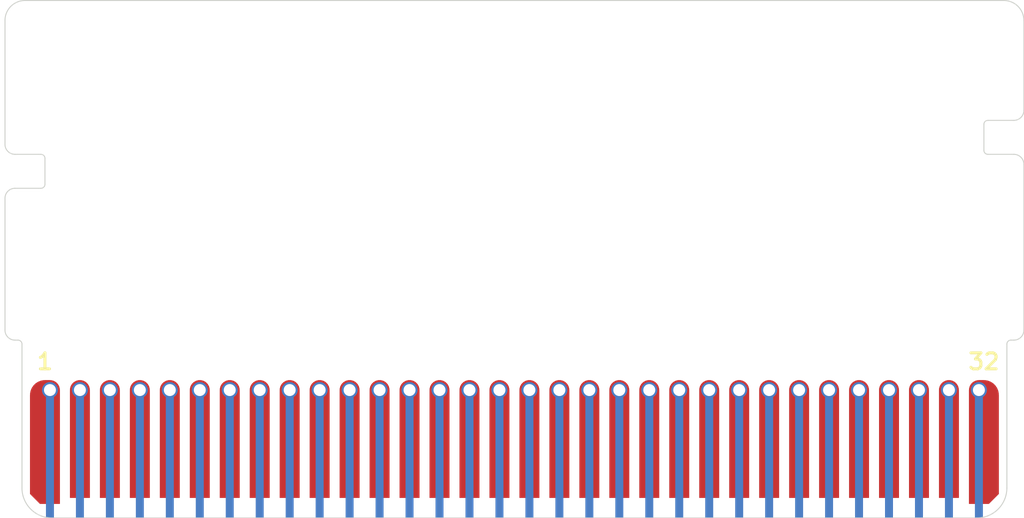
<source format=kicad_pcb>
(kicad_pcb (version 20171130) (host pcbnew "(5.1.6-0-10_14)")

  (general
    (thickness 0.8)
    (drawings 32)
    (tracks 0)
    (zones 0)
    (modules 1)
    (nets 33)
  )

  (page A4)
  (layers
    (0 F.Cu signal)
    (31 B.Cu signal)
    (32 B.Adhes user)
    (33 F.Adhes user)
    (34 B.Paste user)
    (35 F.Paste user)
    (36 B.SilkS user)
    (37 F.SilkS user)
    (38 B.Mask user hide)
    (39 F.Mask user hide)
    (40 Dwgs.User user)
    (41 Cmts.User user)
    (42 Eco1.User user)
    (43 Eco2.User user)
    (44 Edge.Cuts user)
    (45 Margin user)
    (46 B.CrtYd user)
    (47 F.CrtYd user)
    (48 B.Fab user)
    (49 F.Fab user)
  )

  (setup
    (last_trace_width 0.25)
    (trace_clearance 0.2)
    (zone_clearance 0.508)
    (zone_45_only no)
    (trace_min 0.2)
    (via_size 0.8)
    (via_drill 0.4)
    (via_min_size 0.4)
    (via_min_drill 0.3)
    (uvia_size 0.3)
    (uvia_drill 0.1)
    (uvias_allowed no)
    (uvia_min_size 0.2)
    (uvia_min_drill 0.1)
    (edge_width 0.05)
    (segment_width 0.2)
    (pcb_text_width 0.3)
    (pcb_text_size 1.5 1.5)
    (mod_edge_width 0.12)
    (mod_text_size 1 1)
    (mod_text_width 0.15)
    (pad_size 1.524 1.524)
    (pad_drill 0.762)
    (pad_to_mask_clearance 0.05)
    (aux_axis_origin 0 0)
    (visible_elements FFFFFF7F)
    (pcbplotparams
      (layerselection 0x010fc_ffffffff)
      (usegerberextensions false)
      (usegerberattributes true)
      (usegerberadvancedattributes true)
      (creategerberjobfile true)
      (excludeedgelayer true)
      (linewidth 0.100000)
      (plotframeref false)
      (viasonmask false)
      (mode 1)
      (useauxorigin false)
      (hpglpennumber 1)
      (hpglpenspeed 20)
      (hpglpendiameter 15.000000)
      (psnegative false)
      (psa4output false)
      (plotreference true)
      (plotvalue true)
      (plotinvisibletext false)
      (padsonsilk false)
      (subtractmaskfromsilk false)
      (outputformat 1)
      (mirror false)
      (drillshape 1)
      (scaleselection 1)
      (outputdirectory ""))
  )

  (net 0 "")
  (net 1 "Net-(J1-Pad32)")
  (net 2 "Net-(J1-Pad1)")
  (net 3 "Net-(J1-Pad31)")
  (net 4 "Net-(J1-Pad30)")
  (net 5 "Net-(J1-Pad29)")
  (net 6 "Net-(J1-Pad28)")
  (net 7 "Net-(J1-Pad27)")
  (net 8 "Net-(J1-Pad26)")
  (net 9 "Net-(J1-Pad25)")
  (net 10 "Net-(J1-Pad24)")
  (net 11 "Net-(J1-Pad23)")
  (net 12 "Net-(J1-Pad22)")
  (net 13 "Net-(J1-Pad21)")
  (net 14 "Net-(J1-Pad20)")
  (net 15 "Net-(J1-Pad19)")
  (net 16 "Net-(J1-Pad18)")
  (net 17 "Net-(J1-Pad17)")
  (net 18 "Net-(J1-Pad16)")
  (net 19 "Net-(J1-Pad15)")
  (net 20 "Net-(J1-Pad14)")
  (net 21 "Net-(J1-Pad13)")
  (net 22 "Net-(J1-Pad12)")
  (net 23 "Net-(J1-Pad11)")
  (net 24 "Net-(J1-Pad10)")
  (net 25 "Net-(J1-Pad9)")
  (net 26 "Net-(J1-Pad8)")
  (net 27 "Net-(J1-Pad7)")
  (net 28 "Net-(J1-Pad6)")
  (net 29 "Net-(J1-Pad5)")
  (net 30 "Net-(J1-Pad4)")
  (net 31 "Net-(J1-Pad3)")
  (net 32 "Net-(J1-Pad2)")

  (net_class Default "This is the default net class."
    (clearance 0.2)
    (trace_width 0.25)
    (via_dia 0.8)
    (via_drill 0.4)
    (uvia_dia 0.3)
    (uvia_drill 0.1)
    (add_net "Net-(J1-Pad1)")
    (add_net "Net-(J1-Pad10)")
    (add_net "Net-(J1-Pad11)")
    (add_net "Net-(J1-Pad12)")
    (add_net "Net-(J1-Pad13)")
    (add_net "Net-(J1-Pad14)")
    (add_net "Net-(J1-Pad15)")
    (add_net "Net-(J1-Pad16)")
    (add_net "Net-(J1-Pad17)")
    (add_net "Net-(J1-Pad18)")
    (add_net "Net-(J1-Pad19)")
    (add_net "Net-(J1-Pad2)")
    (add_net "Net-(J1-Pad20)")
    (add_net "Net-(J1-Pad21)")
    (add_net "Net-(J1-Pad22)")
    (add_net "Net-(J1-Pad23)")
    (add_net "Net-(J1-Pad24)")
    (add_net "Net-(J1-Pad25)")
    (add_net "Net-(J1-Pad26)")
    (add_net "Net-(J1-Pad27)")
    (add_net "Net-(J1-Pad28)")
    (add_net "Net-(J1-Pad29)")
    (add_net "Net-(J1-Pad3)")
    (add_net "Net-(J1-Pad30)")
    (add_net "Net-(J1-Pad31)")
    (add_net "Net-(J1-Pad32)")
    (add_net "Net-(J1-Pad4)")
    (add_net "Net-(J1-Pad5)")
    (add_net "Net-(J1-Pad6)")
    (add_net "Net-(J1-Pad7)")
    (add_net "Net-(J1-Pad8)")
    (add_net "Net-(J1-Pad9)")
  )

  (module Connector_GameBoy:GameBoy_GamePak_AGB-002_P1.50mm_Edge (layer F.Cu) (tedit 5EDBE89B) (tstamp 5EDD44B1)
    (at 124.05 105.4)
    (descr "Game Boy Game Pak (AGB) edge connector")
    (tags "game boy game pak agb ags gba advance edge connector")
    (path /5EDD42D2)
    (fp_text reference J1 (at 3.425 1.5) (layer F.Fab) hide
      (effects (font (size 1 1) (thickness 0.15)) (justify left))
    )
    (fp_text value GameBoy_GamePak_AGB-002 (at 25.5 10.9) (layer F.Fab) hide
      (effects (font (size 1 1) (thickness 0.15)))
    )
    (fp_arc (start 50.5 0) (end 50.5 0.5) (angle -90) (layer F.Fab) (width 0.05))
    (fp_arc (start 0.5 0) (end 0 0) (angle -90) (layer F.Fab) (width 0.05))
    (fp_arc (start 50.35 0.7) (end 50.35 0.5) (angle -90) (layer F.Fab) (width 0.05))
    (fp_arc (start 0.65 0.7) (end 0.85 0.7) (angle -90) (layer F.Fab) (width 0.05))
    (fp_text user 32 (at 49 1.575) (layer F.SilkS)
      (effects (font (size 0.8 0.8) (thickness 0.15)))
    )
    (fp_arc (start 48.65 7.9) (end 48.65 9.4) (angle -90) (layer F.Fab) (width 0.05))
    (fp_arc (start 2.35 7.9) (end 0.85 7.9) (angle -90) (layer F.Fab) (width 0.05))
    (fp_text user 1 (at 2 1.575) (layer F.SilkS)
      (effects (font (size 0.8 0.8) (thickness 0.15)))
    )
    (fp_line (start 50.5 0.5) (end 50.35 0.5) (layer F.Fab) (width 0.05))
    (fp_line (start 0.65 0.5) (end 0.5 0.5) (layer F.Fab) (width 0.05))
    (fp_poly (pts (xy 50.15 9.4) (xy 49.35 9.4) (xy 49.35 3.7) (xy 50.15 3.7)) (layer B.Mask) (width 0))
    (fp_poly (pts (xy 1.65 9.4) (xy 0.85 9.4) (xy 0.85 3.7) (xy 1.65 3.7)) (layer B.Mask) (width 0))
    (fp_line (start 2.35 9.4) (end 48.65 9.4) (layer F.Fab) (width 0.05))
    (fp_line (start 0.85 7.9) (end 0.85 0.7) (layer F.Fab) (width 0.05))
    (fp_line (start 50.15 0.7) (end 50.15 7.9) (layer F.Fab) (width 0.05))
    (fp_poly (pts (xy 3.25 3.7) (xy 4.25 3.7) (xy 4.25 8.4) (xy 3.25 8.4)) (layer F.Mask) (width 0))
    (fp_poly (pts (xy 1.25 3.7) (xy 2.75 3.7) (xy 2.75 8.7) (xy 1.75 8.7)
      (xy 1.25 8.2)) (layer F.Mask) (width 0))
    (fp_poly (pts (xy 4.75 3.7) (xy 5.75 3.7) (xy 5.75 8.4) (xy 4.75 8.4)) (layer F.Mask) (width 0))
    (fp_poly (pts (xy 6.25 3.7) (xy 7.25 3.7) (xy 7.25 8.4) (xy 6.25 8.4)) (layer F.Mask) (width 0))
    (fp_poly (pts (xy 7.75 3.7) (xy 8.75 3.7) (xy 8.75 8.4) (xy 7.75 8.4)) (layer F.Mask) (width 0))
    (fp_poly (pts (xy 9.25 3.7) (xy 10.25 3.7) (xy 10.25 8.4) (xy 9.25 8.4)) (layer F.Mask) (width 0))
    (fp_poly (pts (xy 10.75 3.7) (xy 11.75 3.7) (xy 11.75 8.4) (xy 10.75 8.4)) (layer F.Mask) (width 0))
    (fp_poly (pts (xy 12.25 3.7) (xy 13.25 3.7) (xy 13.25 8.4) (xy 12.25 8.4)) (layer F.Mask) (width 0))
    (fp_poly (pts (xy 13.75 3.7) (xy 14.75 3.7) (xy 14.75 8.4) (xy 13.75 8.4)) (layer F.Mask) (width 0))
    (fp_poly (pts (xy 15.25 3.7) (xy 16.25 3.7) (xy 16.25 8.4) (xy 15.25 8.4)) (layer F.Mask) (width 0))
    (fp_poly (pts (xy 16.75 3.7) (xy 17.75 3.7) (xy 17.75 8.4) (xy 16.75 8.4)) (layer F.Mask) (width 0))
    (fp_poly (pts (xy 18.25 3.7) (xy 19.25 3.7) (xy 19.25 8.4) (xy 18.25 8.4)) (layer F.Mask) (width 0))
    (fp_poly (pts (xy 19.75 3.7) (xy 20.75 3.7) (xy 20.75 8.4) (xy 19.75 8.4)) (layer F.Mask) (width 0))
    (fp_poly (pts (xy 21.25 3.7) (xy 22.25 3.7) (xy 22.25 8.4) (xy 21.25 8.4)) (layer F.Mask) (width 0))
    (fp_poly (pts (xy 22.75 3.7) (xy 23.75 3.7) (xy 23.75 8.4) (xy 22.75 8.4)) (layer F.Mask) (width 0))
    (fp_poly (pts (xy 24.25 3.7) (xy 25.25 3.7) (xy 25.25 8.4) (xy 24.25 8.4)) (layer F.Mask) (width 0))
    (fp_poly (pts (xy 25.75 3.7) (xy 26.75 3.7) (xy 26.75 8.4) (xy 25.75 8.4)) (layer F.Mask) (width 0))
    (fp_poly (pts (xy 27.25 3.7) (xy 28.25 3.7) (xy 28.25 8.4) (xy 27.25 8.4)) (layer F.Mask) (width 0))
    (fp_poly (pts (xy 28.75 3.7) (xy 29.75 3.7) (xy 29.75 8.4) (xy 28.75 8.4)) (layer F.Mask) (width 0))
    (fp_poly (pts (xy 30.25 3.7) (xy 31.25 3.7) (xy 31.25 8.4) (xy 30.25 8.4)) (layer F.Mask) (width 0))
    (fp_poly (pts (xy 31.75 3.7) (xy 32.75 3.7) (xy 32.75 8.4) (xy 31.75 8.4)) (layer F.Mask) (width 0))
    (fp_poly (pts (xy 33.25 3.7) (xy 34.25 3.7) (xy 34.25 8.4) (xy 33.25 8.4)) (layer F.Mask) (width 0))
    (fp_poly (pts (xy 34.75 3.7) (xy 35.75 3.7) (xy 35.75 8.4) (xy 34.75 8.4)) (layer F.Mask) (width 0))
    (fp_poly (pts (xy 36.25 3.7) (xy 37.25 3.7) (xy 37.25 8.4) (xy 36.25 8.4)) (layer F.Mask) (width 0))
    (fp_poly (pts (xy 37.75 3.7) (xy 38.75 3.7) (xy 38.75 8.4) (xy 37.75 8.4)) (layer F.Mask) (width 0))
    (fp_poly (pts (xy 39.25 3.7) (xy 40.25 3.7) (xy 40.25 8.4) (xy 39.25 8.4)) (layer F.Mask) (width 0))
    (fp_poly (pts (xy 40.75 3.7) (xy 41.75 3.7) (xy 41.75 8.4) (xy 40.75 8.4)) (layer F.Mask) (width 0))
    (fp_poly (pts (xy 42.25 3.7) (xy 43.25 3.7) (xy 43.25 8.4) (xy 42.25 8.4)) (layer F.Mask) (width 0))
    (fp_poly (pts (xy 43.75 3.7) (xy 44.75 3.7) (xy 44.75 8.4) (xy 43.75 8.4)) (layer F.Mask) (width 0))
    (fp_poly (pts (xy 45.25 3.7) (xy 46.25 3.7) (xy 46.25 8.4) (xy 45.25 8.4)) (layer F.Mask) (width 0))
    (fp_poly (pts (xy 46.75 3.7) (xy 47.75 3.7) (xy 47.75 8.4) (xy 46.75 8.4)) (layer F.Mask) (width 0))
    (fp_poly (pts (xy 48.25 3.7) (xy 49.75 3.7) (xy 49.75 8.2) (xy 49.25 8.7)
      (xy 48.25 8.7)) (layer F.Mask) (width 0))
    (fp_poly (pts (xy 3.15 9.4) (xy 2.85 9.4) (xy 2.85 3.7) (xy 3.15 3.7)) (layer B.Mask) (width 0))
    (fp_poly (pts (xy 3.95 9.4) (xy 3.55 9.4) (xy 3.55 3.3) (xy 3.95 3.3)) (layer B.Cu) (width 0))
    (fp_poly (pts (xy 5.45 9.4) (xy 5.05 9.4) (xy 5.05 3.3) (xy 5.45 3.3)) (layer B.Cu) (width 0))
    (fp_poly (pts (xy 6.95 9.4) (xy 6.55 9.4) (xy 6.55 3.3) (xy 6.95 3.3)) (layer B.Cu) (width 0))
    (fp_poly (pts (xy 8.45 9.4) (xy 8.05 9.4) (xy 8.05 3.3) (xy 8.45 3.3)) (layer B.Cu) (width 0))
    (fp_poly (pts (xy 9.95 9.4) (xy 9.55 9.4) (xy 9.55 3.3) (xy 9.95 3.3)) (layer B.Cu) (width 0))
    (fp_poly (pts (xy 11.45 9.4) (xy 11.05 9.4) (xy 11.05 3.3) (xy 11.45 3.3)) (layer B.Cu) (width 0))
    (fp_poly (pts (xy 12.95 9.4) (xy 12.55 9.4) (xy 12.55 3.3) (xy 12.95 3.3)) (layer B.Cu) (width 0))
    (fp_poly (pts (xy 14.45 9.4) (xy 14.05 9.4) (xy 14.05 3.3) (xy 14.45 3.3)) (layer B.Cu) (width 0))
    (fp_poly (pts (xy 15.95 9.4) (xy 15.55 9.4) (xy 15.55 3.3) (xy 15.95 3.3)) (layer B.Cu) (width 0))
    (fp_poly (pts (xy 17.45 9.4) (xy 17.05 9.4) (xy 17.05 3.3) (xy 17.45 3.3)) (layer B.Cu) (width 0))
    (fp_poly (pts (xy 18.95 9.4) (xy 18.55 9.4) (xy 18.55 3.3) (xy 18.95 3.3)) (layer B.Cu) (width 0))
    (fp_poly (pts (xy 20.45 9.4) (xy 20.05 9.4) (xy 20.05 3.3) (xy 20.45 3.3)) (layer B.Cu) (width 0))
    (fp_poly (pts (xy 21.95 9.4) (xy 21.55 9.4) (xy 21.55 3.3) (xy 21.95 3.3)) (layer B.Cu) (width 0))
    (fp_poly (pts (xy 23.45 9.4) (xy 23.05 9.4) (xy 23.05 3.3) (xy 23.45 3.3)) (layer B.Cu) (width 0))
    (fp_poly (pts (xy 24.95 9.4) (xy 24.55 9.4) (xy 24.55 3.3) (xy 24.95 3.3)) (layer B.Cu) (width 0))
    (fp_poly (pts (xy 26.45 9.4) (xy 26.05 9.4) (xy 26.05 3.3) (xy 26.45 3.3)) (layer B.Cu) (width 0))
    (fp_poly (pts (xy 27.95 9.4) (xy 27.55 9.4) (xy 27.55 3.3) (xy 27.95 3.3)) (layer B.Cu) (width 0))
    (fp_poly (pts (xy 29.45 9.4) (xy 29.05 9.4) (xy 29.05 3.3) (xy 29.45 3.3)) (layer B.Cu) (width 0))
    (fp_poly (pts (xy 30.95 9.4) (xy 30.55 9.4) (xy 30.55 3.3) (xy 30.95 3.3)) (layer B.Cu) (width 0))
    (fp_poly (pts (xy 32.45 9.4) (xy 32.05 9.4) (xy 32.05 3.3) (xy 32.45 3.3)) (layer B.Cu) (width 0))
    (fp_poly (pts (xy 33.95 9.4) (xy 33.55 9.4) (xy 33.55 3.3) (xy 33.95 3.3)) (layer B.Cu) (width 0))
    (fp_poly (pts (xy 35.45 9.4) (xy 35.05 9.4) (xy 35.05 3.3) (xy 35.45 3.3)) (layer B.Cu) (width 0))
    (fp_poly (pts (xy 36.95 9.4) (xy 36.55 9.4) (xy 36.55 3.3) (xy 36.95 3.3)) (layer B.Cu) (width 0))
    (fp_poly (pts (xy 38.45 9.4) (xy 38.05 9.4) (xy 38.05 3.3) (xy 38.45 3.3)) (layer B.Cu) (width 0))
    (fp_poly (pts (xy 39.95 9.4) (xy 39.55 9.4) (xy 39.55 3.3) (xy 39.95 3.3)) (layer B.Cu) (width 0))
    (fp_poly (pts (xy 41.45 9.4) (xy 41.05 9.4) (xy 41.05 3.3) (xy 41.45 3.3)) (layer B.Cu) (width 0))
    (fp_poly (pts (xy 42.95 9.4) (xy 42.55 9.4) (xy 42.55 3.3) (xy 42.95 3.3)) (layer B.Cu) (width 0))
    (fp_poly (pts (xy 44.45 9.4) (xy 44.05 9.4) (xy 44.05 3.3) (xy 44.45 3.3)) (layer B.Cu) (width 0))
    (fp_poly (pts (xy 45.95 9.4) (xy 45.55 9.4) (xy 45.55 3.3) (xy 45.95 3.3)) (layer B.Cu) (width 0))
    (fp_poly (pts (xy 47.45 9.4) (xy 47.05 9.4) (xy 47.05 3.3) (xy 47.45 3.3)) (layer B.Cu) (width 0))
    (fp_poly (pts (xy 4.65 9.4) (xy 4.35 9.4) (xy 4.35 3.7) (xy 4.65 3.7)) (layer B.Mask) (width 0))
    (fp_poly (pts (xy 6.15 9.4) (xy 5.85 9.4) (xy 5.85 3.7) (xy 6.15 3.7)) (layer B.Mask) (width 0))
    (fp_poly (pts (xy 7.65 9.4) (xy 7.35 9.4) (xy 7.35 3.7) (xy 7.65 3.7)) (layer B.Mask) (width 0))
    (fp_poly (pts (xy 9.15 9.4) (xy 8.85 9.4) (xy 8.85 3.7) (xy 9.15 3.7)) (layer B.Mask) (width 0))
    (fp_poly (pts (xy 10.65 9.4) (xy 10.35 9.4) (xy 10.35 3.7) (xy 10.65 3.7)) (layer B.Mask) (width 0))
    (fp_poly (pts (xy 12.15 9.4) (xy 11.85 9.4) (xy 11.85 3.7) (xy 12.15 3.7)) (layer B.Mask) (width 0))
    (fp_poly (pts (xy 13.65 9.4) (xy 13.35 9.4) (xy 13.35 3.7) (xy 13.65 3.7)) (layer B.Mask) (width 0))
    (fp_poly (pts (xy 15.15 9.4) (xy 14.85 9.4) (xy 14.85 3.7) (xy 15.15 3.7)) (layer B.Mask) (width 0))
    (fp_poly (pts (xy 16.65 9.4) (xy 16.35 9.4) (xy 16.35 3.7) (xy 16.65 3.7)) (layer B.Mask) (width 0))
    (fp_poly (pts (xy 18.15 9.4) (xy 17.85 9.4) (xy 17.85 3.7) (xy 18.15 3.7)) (layer B.Mask) (width 0))
    (fp_poly (pts (xy 19.65 9.4) (xy 19.35 9.4) (xy 19.35 3.7) (xy 19.65 3.7)) (layer B.Mask) (width 0))
    (fp_poly (pts (xy 21.15 9.4) (xy 20.85 9.4) (xy 20.85 3.7) (xy 21.15 3.7)) (layer B.Mask) (width 0))
    (fp_poly (pts (xy 22.65 9.4) (xy 22.35 9.4) (xy 22.35 3.7) (xy 22.65 3.7)) (layer B.Mask) (width 0))
    (fp_poly (pts (xy 24.15 9.4) (xy 23.85 9.4) (xy 23.85 3.7) (xy 24.15 3.7)) (layer B.Mask) (width 0))
    (fp_poly (pts (xy 25.65 9.4) (xy 25.35 9.4) (xy 25.35 3.7) (xy 25.65 3.7)) (layer B.Mask) (width 0))
    (fp_poly (pts (xy 27.15 9.4) (xy 26.85 9.4) (xy 26.85 3.7) (xy 27.15 3.7)) (layer B.Mask) (width 0))
    (fp_poly (pts (xy 28.65 9.4) (xy 28.35 9.4) (xy 28.35 3.7) (xy 28.65 3.7)) (layer B.Mask) (width 0))
    (fp_poly (pts (xy 30.15 9.4) (xy 29.85 9.4) (xy 29.85 3.7) (xy 30.15 3.7)) (layer B.Mask) (width 0))
    (fp_poly (pts (xy 31.65 9.4) (xy 31.35 9.4) (xy 31.35 3.7) (xy 31.65 3.7)) (layer B.Mask) (width 0))
    (fp_poly (pts (xy 33.15 9.4) (xy 32.85 9.4) (xy 32.85 3.7) (xy 33.15 3.7)) (layer B.Mask) (width 0))
    (fp_poly (pts (xy 34.65 9.4) (xy 34.35 9.4) (xy 34.35 3.7) (xy 34.65 3.7)) (layer B.Mask) (width 0))
    (fp_poly (pts (xy 36.15 9.4) (xy 35.85 9.4) (xy 35.85 3.7) (xy 36.15 3.7)) (layer B.Mask) (width 0))
    (fp_poly (pts (xy 37.65 9.4) (xy 37.35 9.4) (xy 37.35 3.7) (xy 37.65 3.7)) (layer B.Mask) (width 0))
    (fp_poly (pts (xy 39.15 9.4) (xy 38.85 9.4) (xy 38.85 3.7) (xy 39.15 3.7)) (layer B.Mask) (width 0))
    (fp_poly (pts (xy 40.65 9.4) (xy 40.35 9.4) (xy 40.35 3.7) (xy 40.65 3.7)) (layer B.Mask) (width 0))
    (fp_poly (pts (xy 42.15 9.4) (xy 41.85 9.4) (xy 41.85 3.7) (xy 42.15 3.7)) (layer B.Mask) (width 0))
    (fp_poly (pts (xy 43.65 9.4) (xy 43.35 9.4) (xy 43.35 3.7) (xy 43.65 3.7)) (layer B.Mask) (width 0))
    (fp_poly (pts (xy 45.15 9.4) (xy 44.85 9.4) (xy 44.85 3.7) (xy 45.15 3.7)) (layer B.Mask) (width 0))
    (fp_poly (pts (xy 46.65 9.4) (xy 46.35 9.4) (xy 46.35 3.7) (xy 46.65 3.7)) (layer B.Mask) (width 0))
    (fp_poly (pts (xy 48.15 9.4) (xy 47.85 9.4) (xy 47.85 3.7) (xy 48.15 3.7)) (layer B.Mask) (width 0))
    (fp_poly (pts (xy 48.95 9.4) (xy 48.55 9.4) (xy 48.55 3.3) (xy 48.95 3.3)) (layer B.Cu) (width 0))
    (fp_poly (pts (xy 2.45 9.4) (xy 2.05 9.4) (xy 2.05 3.3) (xy 2.45 3.3)) (layer B.Cu) (width 0))
    (fp_poly (pts (xy 50.15 9.4) (xy 0.85 9.4) (xy 0.85 3.7) (xy 50.15 3.7)) (layer F.Mask) (width 0))
    (pad 32 connect custom (at 48.75 3) (size 0.8 0.8) (layers F.Cu)
      (net 1 "Net-(J1-Pad32)") (zone_connect 0)
      (options (clearance outline) (anchor circle))
      (primitives
        (gr_line (start 0 -0.45) (end 0.25 -0.45) (width 0.1))
        (gr_poly (pts
           (xy -0.5 5.7) (xy -0.5 0.25) (xy 1 0.25) (xy 1 5.2) (xy 0.5 5.7)
) (width 0))
        (gr_circle (center 0.25 0.25) (end 0.625 0.25) (width 0.75))
        (gr_circle (center 0 0) (end 0.25 0) (width 0.5))
        (gr_line (start -0.45 0) (end -0.45 0.25) (width 0.1))
      ))
    (pad 1 connect custom (at 2.25 3) (size 0.8 0.8) (layers F.Cu)
      (net 2 "Net-(J1-Pad1)") (zone_connect 0)
      (options (clearance outline) (anchor circle))
      (primitives
        (gr_line (start -0.25 -0.45) (end 0 -0.45) (width 0.1))
        (gr_circle (center 0 0) (end 0.25 0) (width 0.5))
        (gr_poly (pts
           (xy -1 5.2) (xy -1 0.25) (xy 0.5 0.25) (xy 0.5 5.7) (xy -0.5 5.7)
) (width 0))
        (gr_circle (center -0.25 0.25) (end 0.125 0.25) (width 0.75))
        (gr_line (start 0.45 0) (end 0.45 0.25) (width 0.1))
      ))
    (pad 31 thru_hole circle (at 47.25 3) (size 0.8 0.8) (drill 0.6) (layers *.Cu *.Mask)
      (net 3 "Net-(J1-Pad31)"))
    (pad 30 thru_hole circle (at 45.75 3) (size 0.8 0.8) (drill 0.6) (layers *.Cu *.Mask)
      (net 4 "Net-(J1-Pad30)"))
    (pad 29 thru_hole circle (at 44.25 3) (size 0.8 0.8) (drill 0.6) (layers *.Cu *.Mask)
      (net 5 "Net-(J1-Pad29)"))
    (pad 28 thru_hole circle (at 42.75 3) (size 0.8 0.8) (drill 0.6) (layers *.Cu *.Mask)
      (net 6 "Net-(J1-Pad28)"))
    (pad 27 thru_hole circle (at 41.25 3) (size 0.8 0.8) (drill 0.6) (layers *.Cu *.Mask)
      (net 7 "Net-(J1-Pad27)"))
    (pad 26 thru_hole circle (at 39.75 3) (size 0.8 0.8) (drill 0.6) (layers *.Cu *.Mask)
      (net 8 "Net-(J1-Pad26)"))
    (pad 25 thru_hole circle (at 38.25 3) (size 0.8 0.8) (drill 0.6) (layers *.Cu *.Mask)
      (net 9 "Net-(J1-Pad25)"))
    (pad 24 thru_hole circle (at 36.75 3) (size 0.8 0.8) (drill 0.6) (layers *.Cu *.Mask)
      (net 10 "Net-(J1-Pad24)"))
    (pad 23 thru_hole circle (at 35.25 3) (size 0.8 0.8) (drill 0.6) (layers *.Cu *.Mask)
      (net 11 "Net-(J1-Pad23)"))
    (pad 22 thru_hole circle (at 33.75 3) (size 0.8 0.8) (drill 0.6) (layers *.Cu *.Mask)
      (net 12 "Net-(J1-Pad22)"))
    (pad 21 thru_hole circle (at 32.25 3) (size 0.8 0.8) (drill 0.6) (layers *.Cu *.Mask)
      (net 13 "Net-(J1-Pad21)"))
    (pad 20 thru_hole circle (at 30.75 3) (size 0.8 0.8) (drill 0.6) (layers *.Cu *.Mask)
      (net 14 "Net-(J1-Pad20)"))
    (pad 19 thru_hole circle (at 29.25 3) (size 0.8 0.8) (drill 0.6) (layers *.Cu *.Mask)
      (net 15 "Net-(J1-Pad19)"))
    (pad 18 thru_hole circle (at 27.75 3) (size 0.8 0.8) (drill 0.6) (layers *.Cu *.Mask)
      (net 16 "Net-(J1-Pad18)"))
    (pad 17 thru_hole circle (at 26.25 3) (size 0.8 0.8) (drill 0.6) (layers *.Cu *.Mask)
      (net 17 "Net-(J1-Pad17)"))
    (pad 16 thru_hole circle (at 24.75 3) (size 0.8 0.8) (drill 0.6) (layers *.Cu *.Mask)
      (net 18 "Net-(J1-Pad16)"))
    (pad 15 thru_hole circle (at 23.25 3) (size 0.8 0.8) (drill 0.6) (layers *.Cu *.Mask)
      (net 19 "Net-(J1-Pad15)"))
    (pad 14 thru_hole circle (at 21.75 3) (size 0.8 0.8) (drill 0.6) (layers *.Cu *.Mask)
      (net 20 "Net-(J1-Pad14)"))
    (pad 13 thru_hole circle (at 20.25 3) (size 0.8 0.8) (drill 0.6) (layers *.Cu *.Mask)
      (net 21 "Net-(J1-Pad13)"))
    (pad 12 thru_hole circle (at 18.75 3) (size 0.8 0.8) (drill 0.6) (layers *.Cu *.Mask)
      (net 22 "Net-(J1-Pad12)"))
    (pad 11 thru_hole circle (at 17.25 3) (size 0.8 0.8) (drill 0.6) (layers *.Cu *.Mask)
      (net 23 "Net-(J1-Pad11)"))
    (pad 10 thru_hole circle (at 15.75 3) (size 0.8 0.8) (drill 0.6) (layers *.Cu *.Mask)
      (net 24 "Net-(J1-Pad10)"))
    (pad 9 thru_hole circle (at 14.25 3) (size 0.8 0.8) (drill 0.6) (layers *.Cu *.Mask)
      (net 25 "Net-(J1-Pad9)"))
    (pad 8 thru_hole circle (at 12.75 3) (size 0.8 0.8) (drill 0.6) (layers *.Cu *.Mask)
      (net 26 "Net-(J1-Pad8)"))
    (pad 7 thru_hole circle (at 11.25 3) (size 0.8 0.8) (drill 0.6) (layers *.Cu *.Mask)
      (net 27 "Net-(J1-Pad7)"))
    (pad 6 thru_hole circle (at 9.75 3) (size 0.8 0.8) (drill 0.6) (layers *.Cu *.Mask)
      (net 28 "Net-(J1-Pad6)"))
    (pad 5 thru_hole circle (at 8.25 3) (size 0.8 0.8) (drill 0.6) (layers *.Cu *.Mask)
      (net 29 "Net-(J1-Pad5)"))
    (pad 4 thru_hole circle (at 6.75 3) (size 0.8 0.8) (drill 0.6) (layers *.Cu *.Mask)
      (net 30 "Net-(J1-Pad4)"))
    (pad 3 thru_hole circle (at 5.25 3) (size 0.8 0.8) (drill 0.6) (layers *.Cu *.Mask)
      (net 31 "Net-(J1-Pad3)"))
    (pad 31 connect custom (at 47.25 3) (size 0.8 0.8) (layers F.Cu)
      (net 3 "Net-(J1-Pad31)") (zone_connect 0)
      (options (clearance outline) (anchor circle))
      (primitives
        (gr_poly (pts
           (xy -0.5 5.4) (xy 0.5 5.4) (xy 0.5 0) (xy -0.5 0)) (width 0))
        (gr_circle (center -0.001247 0) (end 0.25 0) (width 0.5))
      ))
    (pad 30 connect custom (at 45.75 3) (size 0.8 0.8) (layers F.Cu)
      (net 4 "Net-(J1-Pad30)") (zone_connect 0)
      (options (clearance outline) (anchor circle))
      (primitives
        (gr_poly (pts
           (xy -0.5 5.4) (xy 0.5 5.4) (xy 0.5 0) (xy -0.5 0)) (width 0))
        (gr_circle (center -0.001247 0) (end 0.25 0) (width 0.5))
      ))
    (pad 29 connect custom (at 44.25 3) (size 0.8 0.8) (layers F.Cu)
      (net 5 "Net-(J1-Pad29)") (zone_connect 0)
      (options (clearance outline) (anchor circle))
      (primitives
        (gr_poly (pts
           (xy -0.5 5.4) (xy 0.5 5.4) (xy 0.5 0) (xy -0.5 0)) (width 0))
        (gr_circle (center -0.001247 0) (end 0.25 0) (width 0.5))
      ))
    (pad 28 connect custom (at 42.75 3) (size 0.8 0.8) (layers F.Cu)
      (net 6 "Net-(J1-Pad28)") (zone_connect 0)
      (options (clearance outline) (anchor circle))
      (primitives
        (gr_poly (pts
           (xy -0.5 5.4) (xy 0.5 5.4) (xy 0.5 0) (xy -0.5 0)) (width 0))
        (gr_circle (center -0.001247 0) (end 0.25 0) (width 0.5))
      ))
    (pad 27 connect custom (at 41.25 3) (size 0.8 0.8) (layers F.Cu)
      (net 7 "Net-(J1-Pad27)") (zone_connect 0)
      (options (clearance outline) (anchor circle))
      (primitives
        (gr_poly (pts
           (xy -0.5 5.4) (xy 0.5 5.4) (xy 0.5 0) (xy -0.5 0)) (width 0))
        (gr_circle (center -0.001247 0) (end 0.25 0) (width 0.5))
      ))
    (pad 26 connect custom (at 39.75 3) (size 0.8 0.8) (layers F.Cu)
      (net 8 "Net-(J1-Pad26)") (zone_connect 0)
      (options (clearance outline) (anchor circle))
      (primitives
        (gr_poly (pts
           (xy -0.5 5.4) (xy 0.5 5.4) (xy 0.5 0) (xy -0.5 0)) (width 0))
        (gr_circle (center -0.001247 0) (end 0.25 0) (width 0.5))
      ))
    (pad 25 connect custom (at 38.25 3) (size 0.8 0.8) (layers F.Cu)
      (net 9 "Net-(J1-Pad25)") (zone_connect 0)
      (options (clearance outline) (anchor circle))
      (primitives
        (gr_poly (pts
           (xy -0.5 5.4) (xy 0.5 5.4) (xy 0.5 0) (xy -0.5 0)) (width 0))
        (gr_circle (center -0.001247 0) (end 0.25 0) (width 0.5))
      ))
    (pad 24 connect custom (at 36.75 3) (size 0.8 0.8) (layers F.Cu)
      (net 10 "Net-(J1-Pad24)") (zone_connect 0)
      (options (clearance outline) (anchor circle))
      (primitives
        (gr_poly (pts
           (xy -0.5 5.4) (xy 0.5 5.4) (xy 0.5 0) (xy -0.5 0)) (width 0))
        (gr_circle (center -0.001247 0) (end 0.25 0) (width 0.5))
      ))
    (pad 23 connect custom (at 35.25 3) (size 0.8 0.8) (layers F.Cu)
      (net 11 "Net-(J1-Pad23)") (zone_connect 0)
      (options (clearance outline) (anchor circle))
      (primitives
        (gr_poly (pts
           (xy -0.5 5.4) (xy 0.5 5.4) (xy 0.5 0) (xy -0.5 0)) (width 0))
        (gr_circle (center -0.001247 0) (end 0.25 0) (width 0.5))
      ))
    (pad 22 connect custom (at 33.75 3) (size 0.8 0.8) (layers F.Cu)
      (net 12 "Net-(J1-Pad22)") (zone_connect 0)
      (options (clearance outline) (anchor circle))
      (primitives
        (gr_poly (pts
           (xy -0.5 5.4) (xy 0.5 5.4) (xy 0.5 0) (xy -0.5 0)) (width 0))
        (gr_circle (center -0.001247 0) (end 0.25 0) (width 0.5))
      ))
    (pad 21 connect custom (at 32.25 3) (size 0.8 0.8) (layers F.Cu)
      (net 13 "Net-(J1-Pad21)") (zone_connect 0)
      (options (clearance outline) (anchor circle))
      (primitives
        (gr_poly (pts
           (xy -0.5 5.4) (xy 0.5 5.4) (xy 0.5 0) (xy -0.5 0)) (width 0))
        (gr_circle (center -0.001247 0) (end 0.25 0) (width 0.5))
      ))
    (pad 20 connect custom (at 30.75 3) (size 0.8 0.8) (layers F.Cu)
      (net 14 "Net-(J1-Pad20)") (zone_connect 0)
      (options (clearance outline) (anchor circle))
      (primitives
        (gr_poly (pts
           (xy -0.5 5.4) (xy 0.5 5.4) (xy 0.5 0) (xy -0.5 0)) (width 0))
        (gr_circle (center -0.001247 0) (end 0.25 0) (width 0.5))
      ))
    (pad 19 connect custom (at 29.25 3) (size 0.8 0.8) (layers F.Cu)
      (net 15 "Net-(J1-Pad19)") (zone_connect 0)
      (options (clearance outline) (anchor circle))
      (primitives
        (gr_poly (pts
           (xy -0.5 5.4) (xy 0.5 5.4) (xy 0.5 0) (xy -0.5 0)) (width 0))
        (gr_circle (center -0.001247 0) (end 0.25 0) (width 0.5))
      ))
    (pad 18 connect custom (at 27.75 3) (size 0.8 0.8) (layers F.Cu)
      (net 16 "Net-(J1-Pad18)") (zone_connect 0)
      (options (clearance outline) (anchor circle))
      (primitives
        (gr_poly (pts
           (xy -0.5 5.4) (xy 0.5 5.4) (xy 0.5 0) (xy -0.5 0)) (width 0))
        (gr_circle (center -0.001247 0) (end 0.25 0) (width 0.5))
      ))
    (pad 17 connect custom (at 26.25 3) (size 0.8 0.8) (layers F.Cu)
      (net 17 "Net-(J1-Pad17)") (zone_connect 0)
      (options (clearance outline) (anchor circle))
      (primitives
        (gr_poly (pts
           (xy -0.5 5.4) (xy 0.5 5.4) (xy 0.5 0) (xy -0.5 0)) (width 0))
        (gr_circle (center -0.001247 0) (end 0.25 0) (width 0.5))
      ))
    (pad 16 connect custom (at 24.75 3) (size 0.8 0.8) (layers F.Cu)
      (net 18 "Net-(J1-Pad16)") (zone_connect 0)
      (options (clearance outline) (anchor circle))
      (primitives
        (gr_poly (pts
           (xy -0.5 5.4) (xy 0.5 5.4) (xy 0.5 0) (xy -0.5 0)) (width 0))
        (gr_circle (center -0.001247 0) (end 0.25 0) (width 0.5))
      ))
    (pad 15 connect custom (at 23.25 3) (size 0.8 0.8) (layers F.Cu)
      (net 19 "Net-(J1-Pad15)") (zone_connect 0)
      (options (clearance outline) (anchor circle))
      (primitives
        (gr_poly (pts
           (xy -0.5 5.4) (xy 0.5 5.4) (xy 0.5 0) (xy -0.5 0)) (width 0))
        (gr_circle (center -0.001247 0) (end 0.25 0) (width 0.5))
      ))
    (pad 14 connect custom (at 21.75 3) (size 0.8 0.8) (layers F.Cu)
      (net 20 "Net-(J1-Pad14)") (zone_connect 0)
      (options (clearance outline) (anchor circle))
      (primitives
        (gr_poly (pts
           (xy -0.5 5.4) (xy 0.5 5.4) (xy 0.5 0) (xy -0.5 0)) (width 0))
        (gr_circle (center -0.001247 0) (end 0.25 0) (width 0.5))
      ))
    (pad 13 connect custom (at 20.25 3) (size 0.8 0.8) (layers F.Cu)
      (net 21 "Net-(J1-Pad13)") (zone_connect 0)
      (options (clearance outline) (anchor circle))
      (primitives
        (gr_poly (pts
           (xy -0.5 5.4) (xy 0.5 5.4) (xy 0.5 0) (xy -0.5 0)) (width 0))
        (gr_circle (center -0.001247 0) (end 0.25 0) (width 0.5))
      ))
    (pad 12 connect custom (at 18.75 3) (size 0.8 0.8) (layers F.Cu)
      (net 22 "Net-(J1-Pad12)") (zone_connect 0)
      (options (clearance outline) (anchor circle))
      (primitives
        (gr_poly (pts
           (xy -0.5 5.4) (xy 0.5 5.4) (xy 0.5 0) (xy -0.5 0)) (width 0))
        (gr_circle (center -0.001247 0) (end 0.25 0) (width 0.5))
      ))
    (pad 11 connect custom (at 17.25 3) (size 0.8 0.8) (layers F.Cu)
      (net 23 "Net-(J1-Pad11)") (zone_connect 0)
      (options (clearance outline) (anchor circle))
      (primitives
        (gr_poly (pts
           (xy -0.5 5.4) (xy 0.5 5.4) (xy 0.5 0) (xy -0.5 0)) (width 0))
        (gr_circle (center -0.001247 0) (end 0.25 0) (width 0.5))
      ))
    (pad 10 connect custom (at 15.75 3) (size 0.8 0.8) (layers F.Cu)
      (net 24 "Net-(J1-Pad10)") (zone_connect 0)
      (options (clearance outline) (anchor circle))
      (primitives
        (gr_poly (pts
           (xy -0.5 5.4) (xy 0.5 5.4) (xy 0.5 0) (xy -0.5 0)) (width 0))
        (gr_circle (center -0.001247 0) (end 0.25 0) (width 0.5))
      ))
    (pad 9 connect custom (at 14.25 3) (size 0.8 0.8) (layers F.Cu)
      (net 25 "Net-(J1-Pad9)") (zone_connect 0)
      (options (clearance outline) (anchor circle))
      (primitives
        (gr_poly (pts
           (xy -0.5 5.4) (xy 0.5 5.4) (xy 0.5 0) (xy -0.5 0)) (width 0))
        (gr_circle (center -0.001247 0) (end 0.25 0) (width 0.5))
      ))
    (pad 8 connect custom (at 12.75 3) (size 0.8 0.8) (layers F.Cu)
      (net 26 "Net-(J1-Pad8)") (zone_connect 0)
      (options (clearance outline) (anchor circle))
      (primitives
        (gr_poly (pts
           (xy -0.5 5.4) (xy 0.5 5.4) (xy 0.5 0) (xy -0.5 0)) (width 0))
        (gr_circle (center -0.001247 0) (end 0.25 0) (width 0.5))
      ))
    (pad 7 connect custom (at 11.25 3) (size 0.8 0.8) (layers F.Cu)
      (net 27 "Net-(J1-Pad7)") (zone_connect 0)
      (options (clearance outline) (anchor circle))
      (primitives
        (gr_poly (pts
           (xy -0.5 5.4) (xy 0.5 5.4) (xy 0.5 0) (xy -0.5 0)) (width 0))
        (gr_circle (center -0.001247 0) (end 0.25 0) (width 0.5))
      ))
    (pad 6 connect custom (at 9.75 3) (size 0.8 0.8) (layers F.Cu)
      (net 28 "Net-(J1-Pad6)") (zone_connect 0)
      (options (clearance outline) (anchor circle))
      (primitives
        (gr_poly (pts
           (xy -0.5 5.4) (xy 0.5 5.4) (xy 0.5 0) (xy -0.5 0)) (width 0))
        (gr_circle (center -0.001247 0) (end 0.25 0) (width 0.5))
      ))
    (pad 5 connect custom (at 8.25 3) (size 0.8 0.8) (layers F.Cu)
      (net 29 "Net-(J1-Pad5)") (zone_connect 0)
      (options (clearance outline) (anchor circle))
      (primitives
        (gr_poly (pts
           (xy -0.5 5.4) (xy 0.5 5.4) (xy 0.5 0) (xy -0.5 0)) (width 0))
        (gr_circle (center -0.001247 0) (end 0.25 0) (width 0.5))
      ))
    (pad 4 connect custom (at 6.75 3) (size 0.8 0.8) (layers F.Cu)
      (net 30 "Net-(J1-Pad4)") (zone_connect 0)
      (options (clearance outline) (anchor circle))
      (primitives
        (gr_poly (pts
           (xy -0.5 5.4) (xy 0.5 5.4) (xy 0.5 0) (xy -0.5 0)) (width 0))
        (gr_circle (center -0.001247 0) (end 0.25 0) (width 0.5))
      ))
    (pad 3 connect custom (at 5.25 3) (size 0.8 0.8) (layers F.Cu)
      (net 31 "Net-(J1-Pad3)") (zone_connect 0)
      (options (clearance outline) (anchor circle))
      (primitives
        (gr_poly (pts
           (xy -0.5 5.4) (xy 0.5 5.4) (xy 0.5 0) (xy -0.5 0)) (width 0))
        (gr_circle (center -0.001247 0) (end 0.25 0) (width 0.5))
      ))
    (pad 2 connect custom (at 3.75 3) (size 0.8 0.8) (layers F.Cu)
      (net 32 "Net-(J1-Pad2)") (zone_connect 0)
      (options (clearance outline) (anchor circle))
      (primitives
        (gr_poly (pts
           (xy -0.5 5.4) (xy 0.5 5.4) (xy 0.5 0) (xy -0.5 0)) (width 0))
        (gr_circle (center -0.001247 0) (end 0.25 0) (width 0.5))
      ))
    (pad 32 thru_hole circle (at 48.75 3) (size 0.8 0.8) (drill 0.6) (layers *.Cu *.Mask)
      (net 1 "Net-(J1-Pad32)"))
    (pad 1 thru_hole circle (at 2.25 3) (size 0.8 0.8) (drill 0.6) (layers *.Cu *.Mask)
      (net 2 "Net-(J1-Pad1)"))
    (pad 2 thru_hole circle (at 3.75 3) (size 0.8 0.8) (drill 0.6) (layers *.Cu *.Mask)
      (net 32 "Net-(J1-Pad2)"))
  )

  (gr_arc (start 174.55 94.4) (end 174.55 94.9) (angle -90) (layer Edge.Cuts) (width 0.05) (tstamp 5EDC894D))
  (gr_line (start 124.7 105.9) (end 124.55 105.9) (layer Edge.Cuts) (width 0.05) (tstamp 5EDC894C))
  (gr_line (start 174.2 113.3) (end 174.2 106.1) (layer Edge.Cuts) (width 0.05) (tstamp 5EDC894B))
  (gr_arc (start 124.55 98.8) (end 124.55 98.3) (angle -90) (layer Edge.Cuts) (width 0.05) (tstamp 5EDC894A))
  (gr_line (start 172.7 114.8) (end 126.4 114.8) (layer Edge.Cuts) (width 0.05) (tstamp 5EDC8949))
  (gr_line (start 125.85 98.3) (end 124.55 98.3) (layer Edge.Cuts) (width 0.05) (tstamp 5EDC8948))
  (gr_line (start 126.05 96.8) (end 126.05 98.1) (layer Edge.Cuts) (width 0.05) (tstamp 5EDC8947))
  (gr_arc (start 174.05 89.9) (end 175.05 89.9) (angle -90) (layer Edge.Cuts) (width 0.05) (tstamp 5EDC8946))
  (gr_arc (start 173.25 96.4) (end 173.05 96.4) (angle -90) (layer Edge.Cuts) (width 0.05) (tstamp 5EDC8945))
  (gr_line (start 174.55 105.9) (end 174.4 105.9) (layer Edge.Cuts) (width 0.05) (tstamp 5EDC8944))
  (gr_line (start 125.05 88.9) (end 174.05 88.9) (layer Edge.Cuts) (width 0.05) (tstamp 5EDC8943))
  (gr_arc (start 174.55 105.4) (end 174.55 105.9) (angle -90) (layer Edge.Cuts) (width 0.05) (tstamp 5EDC8942))
  (gr_arc (start 124.55 105.4) (end 124.05 105.4) (angle -90) (layer Edge.Cuts) (width 0.05) (tstamp 5EDC8941))
  (gr_arc (start 174.4 106.1) (end 174.4 105.9) (angle -90) (layer Edge.Cuts) (width 0.05) (tstamp 5EDC8940))
  (gr_line (start 124.05 105.4) (end 124.05 98.8) (layer Edge.Cuts) (width 0.05) (tstamp 5EDC893F))
  (gr_line (start 124.9 113.3) (end 124.9 106.1) (layer Edge.Cuts) (width 0.05) (tstamp 5EDC893E))
  (gr_line (start 175.05 94.4) (end 175.05 89.9) (layer Edge.Cuts) (width 0.05) (tstamp 5EDC893D))
  (gr_line (start 174.55 96.6) (end 173.25 96.6) (layer Edge.Cuts) (width 0.05) (tstamp 5EDC893C))
  (gr_line (start 173.05 95.1) (end 173.05 96.4) (layer Edge.Cuts) (width 0.05) (tstamp 5EDC893B))
  (gr_arc (start 125.85 96.8) (end 126.05 96.8) (angle -90) (layer Edge.Cuts) (width 0.05) (tstamp 5EDC893A))
  (gr_line (start 124.05 96.1) (end 124.05 89.9) (layer Edge.Cuts) (width 0.05) (tstamp 5EDC8939))
  (gr_line (start 124.55 96.6) (end 125.85 96.6) (layer Edge.Cuts) (width 0.05) (tstamp 5EDC8938))
  (gr_arc (start 125.05 89.9) (end 125.05 88.9) (angle -90) (layer Edge.Cuts) (width 0.05) (tstamp 5EDC8937))
  (gr_arc (start 174.55 97.1) (end 175.05 97.1) (angle -90) (layer Edge.Cuts) (width 0.05) (tstamp 5EDC8936))
  (gr_arc (start 124.55 96.1) (end 124.05 96.1) (angle -90) (layer Edge.Cuts) (width 0.05) (tstamp 5EDC8935))
  (gr_arc (start 172.7 113.3) (end 172.7 114.8) (angle -90) (layer Edge.Cuts) (width 0.05) (tstamp 5EDC8934))
  (gr_arc (start 126.4 113.3) (end 124.9 113.3) (angle -90) (layer Edge.Cuts) (width 0.05) (tstamp 5EDC8933))
  (gr_line (start 175.05 105.4) (end 175.05 97.1) (layer Edge.Cuts) (width 0.05) (tstamp 5EDC8932))
  (gr_arc (start 125.85 98.1) (end 125.85 98.3) (angle -90) (layer Edge.Cuts) (width 0.05) (tstamp 5EDC8931))
  (gr_arc (start 124.7 106.1) (end 124.9 106.1) (angle -90) (layer Edge.Cuts) (width 0.05) (tstamp 5EDC8930))
  (gr_arc (start 173.25 95.1) (end 173.25 94.9) (angle -90) (layer Edge.Cuts) (width 0.05) (tstamp 5EDC892F))
  (gr_line (start 173.25 94.9) (end 174.55 94.9) (layer Edge.Cuts) (width 0.05) (tstamp 5EDC892E))

)

</source>
